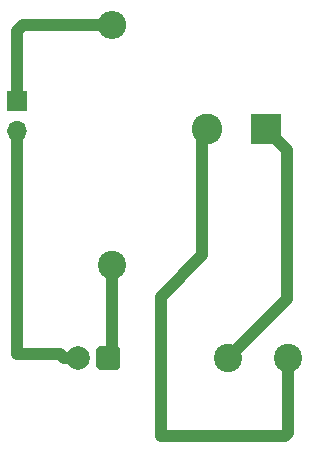
<source format=gbr>
%TF.GenerationSoftware,KiCad,Pcbnew,(5.1.9-0-10_14)*%
%TF.CreationDate,2021-03-08T12:26:29+00:00*%
%TF.ProjectId,SSR-PCB,5353522d-5043-4422-9e6b-696361645f70,rev?*%
%TF.SameCoordinates,Original*%
%TF.FileFunction,Copper,L4,Bot*%
%TF.FilePolarity,Positive*%
%FSLAX46Y46*%
G04 Gerber Fmt 4.6, Leading zero omitted, Abs format (unit mm)*
G04 Created by KiCad (PCBNEW (5.1.9-0-10_14)) date 2021-03-08 12:26:29*
%MOMM*%
%LPD*%
G01*
G04 APERTURE LIST*
%TA.AperFunction,ComponentPad*%
%ADD10C,2.000000*%
%TD*%
%TA.AperFunction,ComponentPad*%
%ADD11C,2.400000*%
%TD*%
%TA.AperFunction,ComponentPad*%
%ADD12O,2.400000X2.400000*%
%TD*%
%TA.AperFunction,ComponentPad*%
%ADD13C,2.600000*%
%TD*%
%TA.AperFunction,ComponentPad*%
%ADD14R,2.600000X2.600000*%
%TD*%
%TA.AperFunction,ComponentPad*%
%ADD15O,1.700000X1.700000*%
%TD*%
%TA.AperFunction,ComponentPad*%
%ADD16R,1.700000X1.700000*%
%TD*%
%TA.AperFunction,Conductor*%
%ADD17C,1.000000*%
%TD*%
G04 APERTURE END LIST*
%TO.P,SSR-Ithink1,A1*%
%TO.N,Net-(Resistor_SSR1-Pad1)*%
%TA.AperFunction,ComponentPad*%
G36*
G01*
X-154340000Y-47677000D02*
X-154340000Y-46093000D01*
G75*
G02*
X-154132000Y-45885000I208000J0D01*
G01*
X-152548000Y-45885000D01*
G75*
G02*
X-152340000Y-46093000I0J-208000D01*
G01*
X-152340000Y-47677000D01*
G75*
G02*
X-152548000Y-47885000I-208000J0D01*
G01*
X-154132000Y-47885000D01*
G75*
G02*
X-154340000Y-47677000I0J208000D01*
G01*
G37*
%TD.AperFunction*%
D10*
%TO.P,SSR-Ithink1,A2*%
%TO.N,GND*%
X-155880000Y-46885000D03*
D11*
%TO.P,SSR-Ithink1,11*%
%TO.N,Net-(J2-Pad1)*%
X-143180000Y-46885000D03*
%TO.P,SSR-Ithink1,14*%
%TO.N,Net-(J2-Pad2)*%
X-138100000Y-46885000D03*
%TD*%
D12*
%TO.P,Resistor_SSR1,2*%
%TO.N,GPIO6*%
X-153060000Y-18660000D03*
D11*
%TO.P,Resistor_SSR1,1*%
%TO.N,Net-(Resistor_SSR1-Pad1)*%
X-153060000Y-38980000D03*
%TD*%
D13*
%TO.P,J2,2*%
%TO.N,Net-(J2-Pad2)*%
X-145000000Y-27500000D03*
D14*
%TO.P,J2,1*%
%TO.N,Net-(J2-Pad1)*%
X-140000000Y-27500000D03*
%TD*%
D15*
%TO.P,J1,2*%
%TO.N,GND*%
X-161030000Y-27660000D03*
D16*
%TO.P,J1,1*%
%TO.N,GPIO6*%
X-161030000Y-25120000D03*
%TD*%
D17*
%TO.N,GND*%
X-161030000Y-27660000D02*
X-161030000Y-46580000D01*
X-157395000Y-46580000D02*
X-157090000Y-46885000D01*
X-161030000Y-46580000D02*
X-157395000Y-46580000D01*
X-157090000Y-46885000D02*
X-155880000Y-46885000D01*
%TO.N,GPIO6*%
X-153060000Y-18660000D02*
X-160520000Y-18660000D01*
X-161030000Y-19170000D02*
X-161030000Y-25120000D01*
X-160520000Y-18660000D02*
X-161030000Y-19170000D01*
%TO.N,Net-(Resistor_SSR1-Pad1)*%
X-153130000Y-39050000D02*
X-153060000Y-38980000D01*
X-153060000Y-46605000D02*
X-153340000Y-46885000D01*
X-153060000Y-38980000D02*
X-153060000Y-46605000D01*
%TO.N,Net-(J2-Pad2)*%
X-148850000Y-41690000D02*
X-145370000Y-38210000D01*
X-148840000Y-53510000D02*
X-148850000Y-53520000D01*
X-148850000Y-53520000D02*
X-148850000Y-41690000D01*
X-138360000Y-53510000D02*
X-148840000Y-53510000D01*
X-138100000Y-53250000D02*
X-138360000Y-53510000D01*
X-138100000Y-46885000D02*
X-138100000Y-53250000D01*
X-145370000Y-27870000D02*
X-145000000Y-27500000D01*
X-145370000Y-38210000D02*
X-145370000Y-27870000D01*
%TO.N,Net-(J2-Pad1)*%
X-143180000Y-46885000D02*
X-138210000Y-41915000D01*
X-138210000Y-29290000D02*
X-140000000Y-27500000D01*
X-138210000Y-41915000D02*
X-138210000Y-29290000D01*
%TD*%
M02*

</source>
